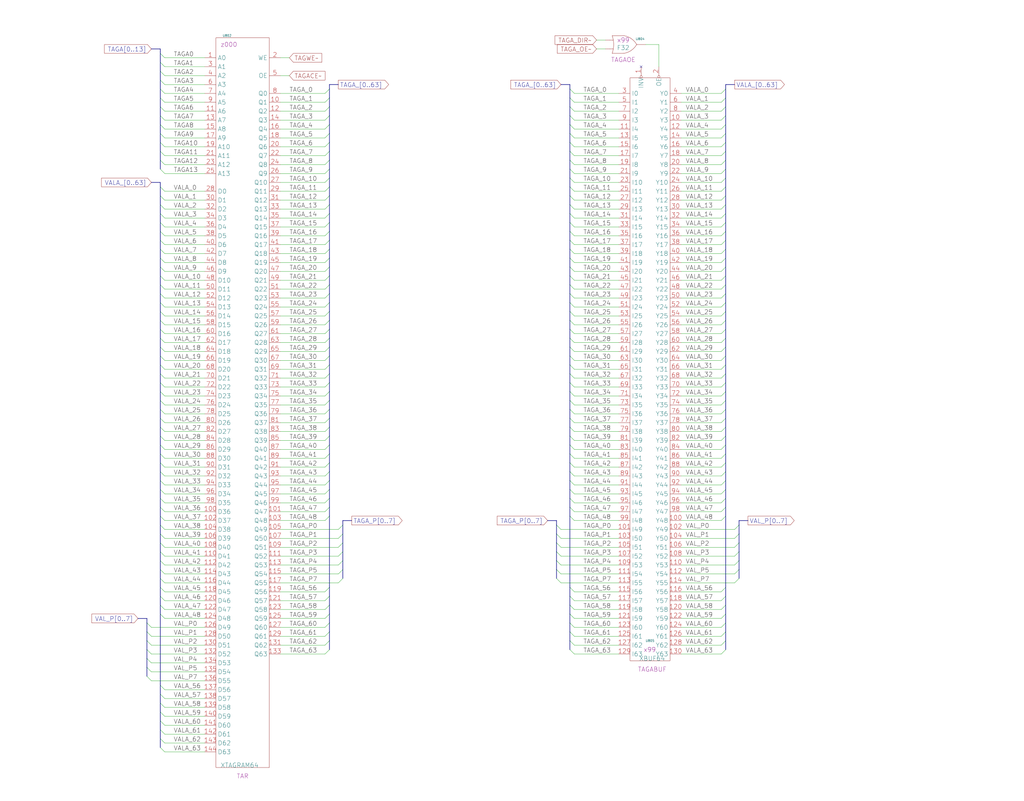
<source format=kicad_sch>
(kicad_sch (version 20230121) (generator eeschema)
  (paper "User" 584.2 457.2)
  (title_block (title "TAGA RAMS\\n0:40, 56:63, P0:P5, P7") (date "08-MAR-90") (rev "0.0") (comment 1 "MEM32 BOARD") (comment 2 "232-003066") (comment 3 "S400") (comment 4 "RELEASED"))
  (no_connect (at 365.76 38.1))
  (bus_entry (at 414.02 137.16) (size -2.54 2.54))
  (bus_entry (at 83.82 355.6) (size 2.54 2.54))
  (bus_entry (at 83.82 360.68) (size 2.54 2.54))
  (bus_entry (at 187.96 167.64) (size -2.54 2.54))
  (bus_entry (at 91.44 284.48) (size 2.54 2.54))
  (bus_entry (at 325.12 157.48) (size 2.54 2.54))
  (bus_entry (at 187.96 254) (size -2.54 2.54))
  (bus_entry (at 187.96 162.56) (size -2.54 2.54))
  (bus_entry (at 325.12 121.92) (size 2.54 2.54))
  (bus_entry (at 325.12 269.24) (size 2.54 2.54))
  (bus_entry (at 91.44 269.24) (size 2.54 2.54))
  (bus_entry (at 414.02 172.72) (size -2.54 2.54))
  (bus_entry (at 414.02 193.04) (size -2.54 2.54))
  (bus_entry (at 414.02 187.96) (size -2.54 2.54))
  (bus_entry (at 414.02 238.76) (size -2.54 2.54))
  (bus_entry (at 325.12 248.92) (size 2.54 2.54))
  (bus_entry (at 325.12 111.76) (size 2.54 2.54))
  (bus_entry (at 325.12 355.6) (size 2.54 2.54))
  (bus_entry (at 91.44 330.2) (size 2.54 2.54))
  (bus_entry (at 187.96 238.76) (size -2.54 2.54))
  (bus_entry (at 195.58 314.96) (size -2.54 2.54))
  (bus_entry (at 83.82 381) (size 2.54 2.54))
  (bus_entry (at 91.44 187.96) (size 2.54 2.54))
  (bus_entry (at 414.02 142.24) (size -2.54 2.54))
  (bus_entry (at 91.44 340.36) (size 2.54 2.54))
  (bus_entry (at 414.02 340.36) (size -2.54 2.54))
  (bus_entry (at 325.12 198.12) (size 2.54 2.54))
  (bus_entry (at 187.96 86.36) (size -2.54 2.54))
  (bus_entry (at 187.96 203.2) (size -2.54 2.54))
  (bus_entry (at 414.02 147.32) (size -2.54 2.54))
  (bus_entry (at 325.12 335.28) (size 2.54 2.54))
  (bus_entry (at 91.44 55.88) (size 2.54 2.54))
  (bus_entry (at 325.12 259.08) (size 2.54 2.54))
  (bus_entry (at 414.02 289.56) (size -2.54 2.54))
  (bus_entry (at 91.44 198.12) (size 2.54 2.54))
  (bus_entry (at 414.02 116.84) (size -2.54 2.54))
  (bus_entry (at 195.58 325.12) (size -2.54 2.54))
  (bus_entry (at 91.44 325.12) (size 2.54 2.54))
  (bus_entry (at 187.96 259.08) (size -2.54 2.54))
  (bus_entry (at 414.02 259.08) (size -2.54 2.54))
  (bus_entry (at 187.96 91.44) (size -2.54 2.54))
  (bus_entry (at 187.96 340.36) (size -2.54 2.54))
  (bus_entry (at 187.96 193.04) (size -2.54 2.54))
  (bus_entry (at 325.12 127) (size 2.54 2.54))
  (bus_entry (at 187.96 248.92) (size -2.54 2.54))
  (bus_entry (at 187.96 294.64) (size -2.54 2.54))
  (bus_entry (at 325.12 370.84) (size 2.54 2.54))
  (bus_entry (at 325.12 213.36) (size 2.54 2.54))
  (bus_entry (at 187.96 269.24) (size -2.54 2.54))
  (bus_entry (at 91.44 259.08) (size 2.54 2.54))
  (bus_entry (at 414.02 50.8) (size -2.54 2.54))
  (bus_entry (at 414.02 167.64) (size -2.54 2.54))
  (bus_entry (at 187.96 213.36) (size -2.54 2.54))
  (bus_entry (at 187.96 274.32) (size -2.54 2.54))
  (bus_entry (at 187.96 157.48) (size -2.54 2.54))
  (bus_entry (at 91.44 304.8) (size 2.54 2.54))
  (bus_entry (at 91.44 345.44) (size 2.54 2.54))
  (bus_entry (at 414.02 101.6) (size -2.54 2.54))
  (bus_entry (at 187.96 335.28) (size -2.54 2.54))
  (bus_entry (at 91.44 167.64) (size 2.54 2.54))
  (bus_entry (at 91.44 157.48) (size 2.54 2.54))
  (bus_entry (at 91.44 335.28) (size 2.54 2.54))
  (bus_entry (at 325.12 60.96) (size 2.54 2.54))
  (bus_entry (at 325.12 360.68) (size 2.54 2.54))
  (bus_entry (at 187.96 355.6) (size -2.54 2.54))
  (bus_entry (at 187.96 264.16) (size -2.54 2.54))
  (bus_entry (at 187.96 142.24) (size -2.54 2.54))
  (bus_entry (at 317.5 320.04) (size 2.54 2.54))
  (bus_entry (at 91.44 223.52) (size 2.54 2.54))
  (bus_entry (at 91.44 320.04) (size 2.54 2.54))
  (bus_entry (at 325.12 264.16) (size 2.54 2.54))
  (bus_entry (at 187.96 101.6) (size -2.54 2.54))
  (bus_entry (at 325.12 208.28) (size 2.54 2.54))
  (bus_entry (at 325.12 152.4) (size 2.54 2.54))
  (bus_entry (at 91.44 177.8) (size 2.54 2.54))
  (bus_entry (at 91.44 86.36) (size 2.54 2.54))
  (bus_entry (at 325.12 55.88) (size 2.54 2.54))
  (bus_entry (at 187.96 187.96) (size -2.54 2.54))
  (bus_entry (at 91.44 264.16) (size 2.54 2.54))
  (bus_entry (at 187.96 111.76) (size -2.54 2.54))
  (bus_entry (at 187.96 370.84) (size -2.54 2.54))
  (bus_entry (at 187.96 182.88) (size -2.54 2.54))
  (bus_entry (at 414.02 243.84) (size -2.54 2.54))
  (bus_entry (at 325.12 142.24) (size 2.54 2.54))
  (bus_entry (at 187.96 152.4) (size -2.54 2.54))
  (bus_entry (at 91.44 401.32) (size 2.54 2.54))
  (bus_entry (at 91.44 60.96) (size 2.54 2.54))
  (bus_entry (at 187.96 228.6) (size -2.54 2.54))
  (bus_entry (at 91.44 238.76) (size 2.54 2.54))
  (bus_entry (at 91.44 106.68) (size 2.54 2.54))
  (bus_entry (at 83.82 386.08) (size 2.54 2.54))
  (bus_entry (at 421.64 320.04) (size -2.54 2.54))
  (bus_entry (at 187.96 360.68) (size -2.54 2.54))
  (bus_entry (at 414.02 121.92) (size -2.54 2.54))
  (bus_entry (at 91.44 162.56) (size 2.54 2.54))
  (bus_entry (at 91.44 193.04) (size 2.54 2.54))
  (bus_entry (at 83.82 365.76) (size 2.54 2.54))
  (bus_entry (at 91.44 396.24) (size 2.54 2.54))
  (bus_entry (at 91.44 182.88) (size 2.54 2.54))
  (bus_entry (at 325.12 162.56) (size 2.54 2.54))
  (bus_entry (at 414.02 127) (size -2.54 2.54))
  (bus_entry (at 325.12 218.44) (size 2.54 2.54))
  (bus_entry (at 91.44 391.16) (size 2.54 2.54))
  (bus_entry (at 91.44 218.44) (size 2.54 2.54))
  (bus_entry (at 91.44 421.64) (size 2.54 2.54))
  (bus_entry (at 325.12 289.56) (size 2.54 2.54))
  (bus_entry (at 187.96 55.88) (size -2.54 2.54))
  (bus_entry (at 91.44 254) (size 2.54 2.54))
  (bus_entry (at 325.12 365.76) (size 2.54 2.54))
  (bus_entry (at 325.12 101.6) (size 2.54 2.54))
  (bus_entry (at 91.44 111.76) (size 2.54 2.54))
  (bus_entry (at 187.96 243.84) (size -2.54 2.54))
  (bus_entry (at 414.02 254) (size -2.54 2.54))
  (bus_entry (at 325.12 350.52) (size 2.54 2.54))
  (bus_entry (at 187.96 81.28) (size -2.54 2.54))
  (bus_entry (at 91.44 426.72) (size 2.54 2.54))
  (bus_entry (at 325.12 91.44) (size 2.54 2.54))
  (bus_entry (at 317.5 314.96) (size 2.54 2.54))
  (bus_entry (at 91.44 91.44) (size 2.54 2.54))
  (bus_entry (at 91.44 172.72) (size 2.54 2.54))
  (bus_entry (at 414.02 345.44) (size -2.54 2.54))
  (bus_entry (at 91.44 203.2) (size 2.54 2.54))
  (bus_entry (at 317.5 304.8) (size 2.54 2.54))
  (bus_entry (at 414.02 284.48) (size -2.54 2.54))
  (bus_entry (at 91.44 116.84) (size 2.54 2.54))
  (bus_entry (at 414.02 152.4) (size -2.54 2.54))
  (bus_entry (at 325.12 340.36) (size 2.54 2.54))
  (bus_entry (at 414.02 248.92) (size -2.54 2.54))
  (bus_entry (at 187.96 60.96) (size -2.54 2.54))
  (bus_entry (at 325.12 238.76) (size 2.54 2.54))
  (bus_entry (at 414.02 223.52) (size -2.54 2.54))
  (bus_entry (at 325.12 193.04) (size 2.54 2.54))
  (bus_entry (at 421.64 325.12) (size -2.54 2.54))
  (bus_entry (at 91.44 233.68) (size 2.54 2.54))
  (bus_entry (at 187.96 76.2) (size -2.54 2.54))
  (bus_entry (at 91.44 314.96) (size 2.54 2.54))
  (bus_entry (at 91.44 299.72) (size 2.54 2.54))
  (bus_entry (at 187.96 233.68) (size -2.54 2.54))
  (bus_entry (at 325.12 284.48) (size 2.54 2.54))
  (bus_entry (at 83.82 370.84) (size 2.54 2.54))
  (bus_entry (at 325.12 50.8) (size 2.54 2.54))
  (bus_entry (at 317.5 325.12) (size 2.54 2.54))
  (bus_entry (at 325.12 223.52) (size 2.54 2.54))
  (bus_entry (at 414.02 279.4) (size -2.54 2.54))
  (bus_entry (at 421.64 309.88) (size -2.54 2.54))
  (bus_entry (at 421.64 330.2) (size -2.54 2.54))
  (bus_entry (at 414.02 294.64) (size -2.54 2.54))
  (bus_entry (at 421.64 304.8) (size -2.54 2.54))
  (bus_entry (at 414.02 198.12) (size -2.54 2.54))
  (bus_entry (at 91.44 76.2) (size 2.54 2.54))
  (bus_entry (at 91.44 294.64) (size 2.54 2.54))
  (bus_entry (at 325.12 345.44) (size 2.54 2.54))
  (bus_entry (at 317.5 330.2) (size 2.54 2.54))
  (bus_entry (at 91.44 406.4) (size 2.54 2.54))
  (bus_entry (at 91.44 40.64) (size 2.54 2.54))
  (bus_entry (at 91.44 309.88) (size 2.54 2.54))
  (bus_entry (at 325.12 76.2) (size 2.54 2.54))
  (bus_entry (at 414.02 162.56) (size -2.54 2.54))
  (bus_entry (at 414.02 274.32) (size -2.54 2.54))
  (bus_entry (at 414.02 111.76) (size -2.54 2.54))
  (bus_entry (at 325.12 147.32) (size 2.54 2.54))
  (bus_entry (at 195.58 320.04) (size -2.54 2.54))
  (bus_entry (at 187.96 172.72) (size -2.54 2.54))
  (bus_entry (at 187.96 223.52) (size -2.54 2.54))
  (bus_entry (at 91.44 137.16) (size 2.54 2.54))
  (bus_entry (at 414.02 203.2) (size -2.54 2.54))
  (bus_entry (at 91.44 132.08) (size 2.54 2.54))
  (bus_entry (at 187.96 208.28) (size -2.54 2.54))
  (bus_entry (at 414.02 213.36) (size -2.54 2.54))
  (bus_entry (at 325.12 66.04) (size 2.54 2.54))
  (bus_entry (at 195.58 309.88) (size -2.54 2.54))
  (bus_entry (at 187.96 137.16) (size -2.54 2.54))
  (bus_entry (at 325.12 86.36) (size 2.54 2.54))
  (bus_entry (at 325.12 254) (size 2.54 2.54))
  (bus_entry (at 414.02 71.12) (size -2.54 2.54))
  (bus_entry (at 414.02 60.96) (size -2.54 2.54))
  (bus_entry (at 325.12 167.64) (size 2.54 2.54))
  (bus_entry (at 325.12 182.88) (size 2.54 2.54))
  (bus_entry (at 325.12 96.52) (size 2.54 2.54))
  (bus_entry (at 187.96 147.32) (size -2.54 2.54))
  (bus_entry (at 414.02 365.76) (size -2.54 2.54))
  (bus_entry (at 414.02 182.88) (size -2.54 2.54))
  (bus_entry (at 325.12 106.68) (size 2.54 2.54))
  (bus_entry (at 187.96 218.44) (size -2.54 2.54))
  (bus_entry (at 414.02 55.88) (size -2.54 2.54))
  (bus_entry (at 325.12 132.08) (size 2.54 2.54))
  (bus_entry (at 187.96 50.8) (size -2.54 2.54))
  (bus_entry (at 195.58 330.2) (size -2.54 2.54))
  (bus_entry (at 325.12 172.72) (size 2.54 2.54))
  (bus_entry (at 91.44 71.12) (size 2.54 2.54))
  (bus_entry (at 325.12 294.64) (size 2.54 2.54))
  (bus_entry (at 325.12 279.4) (size 2.54 2.54))
  (bus_entry (at 414.02 81.28) (size -2.54 2.54))
  (bus_entry (at 414.02 208.28) (size -2.54 2.54))
  (bus_entry (at 91.44 30.48) (size 2.54 2.54))
  (bus_entry (at 187.96 279.4) (size -2.54 2.54))
  (bus_entry (at 325.12 116.84) (size 2.54 2.54))
  (bus_entry (at 187.96 106.68) (size -2.54 2.54))
  (bus_entry (at 325.12 187.96) (size 2.54 2.54))
  (bus_entry (at 325.12 71.12) (size 2.54 2.54))
  (bus_entry (at 414.02 370.84) (size -2.54 2.54))
  (bus_entry (at 414.02 218.44) (size -2.54 2.54))
  (bus_entry (at 414.02 91.44) (size -2.54 2.54))
  (bus_entry (at 414.02 228.6) (size -2.54 2.54))
  (bus_entry (at 317.5 309.88) (size 2.54 2.54))
  (bus_entry (at 91.44 289.56) (size 2.54 2.54))
  (bus_entry (at 325.12 228.6) (size 2.54 2.54))
  (bus_entry (at 91.44 279.4) (size 2.54 2.54))
  (bus_entry (at 187.96 96.52) (size -2.54 2.54))
  (bus_entry (at 187.96 71.12) (size -2.54 2.54))
  (bus_entry (at 414.02 350.52) (size -2.54 2.54))
  (bus_entry (at 91.44 213.36) (size 2.54 2.54))
  (bus_entry (at 414.02 132.08) (size -2.54 2.54))
  (bus_entry (at 91.44 248.92) (size 2.54 2.54))
  (bus_entry (at 187.96 66.04) (size -2.54 2.54))
  (bus_entry (at 83.82 375.92) (size 2.54 2.54))
  (bus_entry (at 187.96 365.76) (size -2.54 2.54))
  (bus_entry (at 91.44 96.52) (size 2.54 2.54))
  (bus_entry (at 414.02 335.28) (size -2.54 2.54))
  (bus_entry (at 325.12 177.8) (size 2.54 2.54))
  (bus_entry (at 414.02 233.68) (size -2.54 2.54))
  (bus_entry (at 91.44 121.92) (size 2.54 2.54))
  (bus_entry (at 414.02 96.52) (size -2.54 2.54))
  (bus_entry (at 91.44 416.56) (size 2.54 2.54))
  (bus_entry (at 195.58 304.8) (size -2.54 2.54))
  (bus_entry (at 91.44 228.6) (size 2.54 2.54))
  (bus_entry (at 414.02 86.36) (size -2.54 2.54))
  (bus_entry (at 187.96 132.08) (size -2.54 2.54))
  (bus_entry (at 414.02 269.24) (size -2.54 2.54))
  (bus_entry (at 187.96 284.48) (size -2.54 2.54))
  (bus_entry (at 91.44 411.48) (size 2.54 2.54))
  (bus_entry (at 325.12 233.68) (size 2.54 2.54))
  (bus_entry (at 317.5 299.72) (size 2.54 2.54))
  (bus_entry (at 325.12 243.84) (size 2.54 2.54))
  (bus_entry (at 414.02 106.68) (size -2.54 2.54))
  (bus_entry (at 91.44 142.24) (size 2.54 2.54))
  (bus_entry (at 187.96 345.44) (size -2.54 2.54))
  (bus_entry (at 187.96 350.52) (size -2.54 2.54))
  (bus_entry (at 91.44 35.56) (size 2.54 2.54))
  (bus_entry (at 421.64 299.72) (size -2.54 2.54))
  (bus_entry (at 187.96 198.12) (size -2.54 2.54))
  (bus_entry (at 414.02 157.48) (size -2.54 2.54))
  (bus_entry (at 91.44 81.28) (size 2.54 2.54))
  (bus_entry (at 325.12 203.2) (size 2.54 2.54))
  (bus_entry (at 414.02 66.04) (size -2.54 2.54))
  (bus_entry (at 91.44 243.84) (size 2.54 2.54))
  (bus_entry (at 91.44 274.32) (size 2.54 2.54))
  (bus_entry (at 187.96 127) (size -2.54 2.54))
  (bus_entry (at 91.44 208.28) (size 2.54 2.54))
  (bus_entry (at 91.44 66.04) (size 2.54 2.54))
  (bus_entry (at 187.96 116.84) (size -2.54 2.54))
  (bus_entry (at 414.02 355.6) (size -2.54 2.54))
  (bus_entry (at 325.12 137.16) (size 2.54 2.54))
  (bus_entry (at 195.58 299.72) (size -2.54 2.54))
  (bus_entry (at 187.96 289.56) (size -2.54 2.54))
  (bus_entry (at 91.44 50.8) (size 2.54 2.54))
  (bus_entry (at 187.96 177.8) (size -2.54 2.54))
  (bus_entry (at 325.12 81.28) (size 2.54 2.54))
  (bus_entry (at 414.02 360.68) (size -2.54 2.54))
  (bus_entry (at 414.02 76.2) (size -2.54 2.54))
  (bus_entry (at 91.44 147.32) (size 2.54 2.54))
  (bus_entry (at 414.02 177.8) (size -2.54 2.54))
  (bus_entry (at 187.96 121.92) (size -2.54 2.54))
  (bus_entry (at 91.44 152.4) (size 2.54 2.54))
  (bus_entry (at 414.02 264.16) (size -2.54 2.54))
  (bus_entry (at 91.44 127) (size 2.54 2.54))
  (bus_entry (at 325.12 274.32) (size 2.54 2.54))
  (bus_entry (at 421.64 314.96) (size -2.54 2.54))
  (bus_entry (at 91.44 350.52) (size 2.54 2.54))
  (bus_entry (at 91.44 45.72) (size 2.54 2.54))
  (wire (pts (xy 388.62 154.94) (xy 411.48 154.94)))
  (bus (pts (xy 187.96 365.76) (xy 187.96 370.84)))
  (bus (pts (xy 325.12 218.44) (xy 325.12 213.36)))
  (bus (pts (xy 187.96 86.36) (xy 187.96 91.44)))
  (bus (pts (xy 91.44 86.36) (xy 91.44 91.44)))
  (bus (pts (xy 414.02 55.88) (xy 414.02 60.96)))
  (bus (pts (xy 414.02 269.24) (xy 414.02 274.32)))
  (wire (pts (xy 327.66 220.98) (xy 353.06 220.98)))
  (wire (pts (xy 160.02 68.58) (xy 185.42 68.58)))
  (bus (pts (xy 91.44 340.36) (xy 91.44 345.44)))
  (wire (pts (xy 327.66 261.62) (xy 353.06 261.62)))
  (bus (pts (xy 414.02 254) (xy 414.02 259.08)))
  (bus (pts (xy 325.12 55.88) (xy 325.12 50.8)))
  (bus (pts (xy 187.96 50.8) (xy 187.96 55.88)))
  (bus (pts (xy 91.44 309.88) (xy 91.44 314.96)))
  (bus (pts (xy 187.96 203.2) (xy 187.96 208.28)))
  (bus (pts (xy 325.12 243.84) (xy 325.12 238.76)))
  (bus (pts (xy 91.44 116.84) (xy 91.44 121.92)))
  (bus (pts (xy 414.02 259.08) (xy 414.02 264.16)))
  (bus (pts (xy 91.44 269.24) (xy 91.44 274.32)))
  (bus (pts (xy 187.96 127) (xy 187.96 132.08)))
  (wire (pts (xy 327.66 241.3) (xy 353.06 241.3)))
  (wire (pts (xy 160.02 33.02) (xy 165.1 33.02)))
  (bus (pts (xy 325.12 127) (xy 325.12 121.92)))
  (wire (pts (xy 160.02 78.74) (xy 185.42 78.74)))
  (wire (pts (xy 388.62 220.98) (xy 411.48 220.98)))
  (bus (pts (xy 91.44 335.28) (xy 91.44 340.36)))
  (bus (pts (xy 91.44 274.32) (xy 91.44 279.4)))
  (wire (pts (xy 327.66 144.78) (xy 353.06 144.78)))
  (wire (pts (xy 160.02 134.62) (xy 185.42 134.62)))
  (bus (pts (xy 187.96 254) (xy 187.96 259.08)))
  (wire (pts (xy 327.66 139.7) (xy 353.06 139.7)))
  (wire (pts (xy 327.66 185.42) (xy 353.06 185.42)))
  (wire (pts (xy 116.84 342.9) (xy 93.98 342.9)))
  (wire (pts (xy 388.62 63.5) (xy 411.48 63.5)))
  (bus (pts (xy 83.82 360.68) (xy 83.82 355.6)))
  (wire (pts (xy 116.84 170.18) (xy 93.98 170.18)))
  (bus (pts (xy 414.02 167.64) (xy 414.02 172.72)))
  (bus (pts (xy 91.44 76.2) (xy 91.44 81.28)))
  (wire (pts (xy 388.62 124.46) (xy 411.48 124.46)))
  (bus (pts (xy 414.02 238.76) (xy 414.02 243.84)))
  (bus (pts (xy 421.64 297.18) (xy 426.72 297.18)))
  (wire (pts (xy 327.66 175.26) (xy 353.06 175.26)))
  (bus (pts (xy 187.96 147.32) (xy 187.96 152.4)))
  (wire (pts (xy 388.62 307.34) (xy 419.1 307.34)))
  (wire (pts (xy 160.02 63.5) (xy 185.42 63.5)))
  (bus (pts (xy 414.02 233.68) (xy 414.02 238.76)))
  (bus (pts (xy 91.44 203.2) (xy 91.44 208.28)))
  (bus (pts (xy 187.96 238.76) (xy 187.96 243.84)))
  (wire (pts (xy 116.84 337.82) (xy 93.98 337.82)))
  (bus (pts (xy 325.12 81.28) (xy 325.12 76.2)))
  (bus (pts (xy 91.44 50.8) (xy 91.44 55.88)))
  (wire (pts (xy 388.62 236.22) (xy 411.48 236.22)))
  (bus (pts (xy 414.02 81.28) (xy 414.02 86.36)))
  (bus (pts (xy 187.96 248.92) (xy 187.96 254)))
  (wire (pts (xy 327.66 373.38) (xy 353.06 373.38)))
  (bus (pts (xy 414.02 340.36) (xy 414.02 345.44)))
  (bus (pts (xy 187.96 208.28) (xy 187.96 213.36)))
  (wire (pts (xy 327.66 170.18) (xy 353.06 170.18)))
  (bus (pts (xy 91.44 152.4) (xy 91.44 157.48)))
  (bus (pts (xy 91.44 330.2) (xy 91.44 335.28)))
  (bus (pts (xy 91.44 213.36) (xy 91.44 218.44)))
  (bus (pts (xy 317.5 325.12) (xy 317.5 320.04)))
  (bus (pts (xy 200.66 297.18) (xy 195.58 297.18)))
  (bus (pts (xy 414.02 187.96) (xy 414.02 193.04)))
  (wire (pts (xy 116.84 419.1) (xy 93.98 419.1)))
  (bus (pts (xy 325.12 147.32) (xy 325.12 142.24)))
  (wire (pts (xy 388.62 165.1) (xy 411.48 165.1)))
  (wire (pts (xy 116.84 281.94) (xy 93.98 281.94)))
  (bus (pts (xy 414.02 274.32) (xy 414.02 279.4)))
  (bus (pts (xy 325.12 350.52) (xy 325.12 345.44)))
  (wire (pts (xy 327.66 266.7) (xy 353.06 266.7)))
  (bus (pts (xy 91.44 345.44) (xy 91.44 350.52)))
  (bus (pts (xy 91.44 187.96) (xy 91.44 193.04)))
  (wire (pts (xy 93.98 38.1) (xy 116.84 38.1)))
  (wire (pts (xy 160.02 256.54) (xy 185.42 256.54)))
  (bus (pts (xy 91.44 284.48) (xy 91.44 289.56)))
  (bus (pts (xy 91.44 111.76) (xy 91.44 116.84)))
  (wire (pts (xy 116.84 256.54) (xy 93.98 256.54)))
  (bus (pts (xy 187.96 162.56) (xy 187.96 167.64)))
  (wire (pts (xy 160.02 53.34) (xy 185.42 53.34)))
  (bus (pts (xy 91.44 254) (xy 91.44 259.08)))
  (bus (pts (xy 91.44 259.08) (xy 91.44 264.16)))
  (wire (pts (xy 160.02 337.82) (xy 185.42 337.82)))
  (bus (pts (xy 325.12 355.6) (xy 325.12 350.52)))
  (wire (pts (xy 116.84 165.1) (xy 93.98 165.1)))
  (bus (pts (xy 421.64 320.04) (xy 421.64 314.96)))
  (bus (pts (xy 187.96 71.12) (xy 187.96 76.2)))
  (wire (pts (xy 160.02 266.7) (xy 185.42 266.7)))
  (bus (pts (xy 414.02 365.76) (xy 414.02 370.84)))
  (bus (pts (xy 325.12 116.84) (xy 325.12 111.76)))
  (wire (pts (xy 116.84 231.14) (xy 93.98 231.14)))
  (bus (pts (xy 187.96 172.72) (xy 187.96 177.8)))
  (wire (pts (xy 388.62 231.14) (xy 411.48 231.14)))
  (wire (pts (xy 160.02 129.54) (xy 185.42 129.54)))
  (bus (pts (xy 325.12 106.68) (xy 325.12 101.6)))
  (bus (pts (xy 91.44 106.68) (xy 91.44 111.76)))
  (bus (pts (xy 187.96 96.52) (xy 187.96 101.6)))
  (wire (pts (xy 327.66 180.34) (xy 353.06 180.34)))
  (wire (pts (xy 116.84 292.1) (xy 93.98 292.1)))
  (wire (pts (xy 160.02 276.86) (xy 185.42 276.86)))
  (wire (pts (xy 116.84 134.62) (xy 93.98 134.62)))
  (bus (pts (xy 421.64 314.96) (xy 421.64 309.88)))
  (bus (pts (xy 91.44 177.8) (xy 91.44 182.88)))
  (bus (pts (xy 91.44 208.28) (xy 91.44 213.36)))
  (wire (pts (xy 160.02 317.5) (xy 193.04 317.5)))
  (bus (pts (xy 91.44 142.24) (xy 91.44 147.32)))
  (bus (pts (xy 187.96 81.28) (xy 187.96 86.36)))
  (wire (pts (xy 388.62 312.42) (xy 419.1 312.42)))
  (wire (pts (xy 93.98 43.18) (xy 116.84 43.18)))
  (wire (pts (xy 320.04 332.74) (xy 353.06 332.74)))
  (bus (pts (xy 414.02 48.26) (xy 419.1 48.26)))
  (bus (pts (xy 317.5 297.18) (xy 312.42 297.18)))
  (bus (pts (xy 187.96 340.36) (xy 187.96 345.44)))
  (bus (pts (xy 414.02 228.6) (xy 414.02 233.68)))
  (wire (pts (xy 320.04 307.34) (xy 353.06 307.34)))
  (bus (pts (xy 317.5 330.2) (xy 317.5 325.12)))
  (bus (pts (xy 187.96 350.52) (xy 187.96 355.6)))
  (bus (pts (xy 414.02 172.72) (xy 414.02 177.8)))
  (wire (pts (xy 375.92 25.4) (xy 375.92 38.1)))
  (bus (pts (xy 91.44 71.12) (xy 91.44 76.2)))
  (wire (pts (xy 116.84 373.38) (xy 86.36 373.38)))
  (wire (pts (xy 388.62 200.66) (xy 411.48 200.66)))
  (bus (pts (xy 187.96 152.4) (xy 187.96 157.48)))
  (bus (pts (xy 187.96 279.4) (xy 187.96 284.48)))
  (bus (pts (xy 414.02 121.92) (xy 414.02 127)))
  (bus (pts (xy 414.02 243.84) (xy 414.02 248.92)))
  (bus (pts (xy 325.12 48.26) (xy 325.12 50.8)))
  (wire (pts (xy 160.02 287.02) (xy 185.42 287.02)))
  (wire (pts (xy 116.84 144.78) (xy 93.98 144.78)))
  (bus (pts (xy 83.82 381) (xy 83.82 375.92)))
  (bus (pts (xy 317.5 299.72) (xy 317.5 297.18)))
  (wire (pts (xy 388.62 195.58) (xy 411.48 195.58)))
  (wire (pts (xy 93.98 99.06) (xy 116.84 99.06)))
  (bus (pts (xy 187.96 142.24) (xy 187.96 147.32)))
  (bus (pts (xy 187.96 274.32) (xy 187.96 279.4)))
  (wire (pts (xy 160.02 363.22) (xy 185.42 363.22)))
  (wire (pts (xy 116.84 414.02) (xy 93.98 414.02)))
  (bus (pts (xy 325.12 269.24) (xy 325.12 264.16)))
  (wire (pts (xy 388.62 119.38) (xy 411.48 119.38)))
  (bus (pts (xy 187.96 193.04) (xy 187.96 198.12)))
  (wire (pts (xy 327.66 63.5) (xy 353.06 63.5)))
  (wire (pts (xy 160.02 200.66) (xy 185.42 200.66)))
  (bus (pts (xy 195.58 320.04) (xy 195.58 325.12)))
  (wire (pts (xy 388.62 368.3) (xy 411.48 368.3)))
  (wire (pts (xy 327.66 271.78) (xy 353.06 271.78)))
  (bus (pts (xy 187.96 76.2) (xy 187.96 81.28)))
  (wire (pts (xy 327.66 149.86) (xy 353.06 149.86)))
  (wire (pts (xy 160.02 180.34) (xy 185.42 180.34)))
  (wire (pts (xy 388.62 175.26) (xy 411.48 175.26)))
  (wire (pts (xy 93.98 33.02) (xy 116.84 33.02)))
  (bus (pts (xy 91.44 279.4) (xy 91.44 284.48)))
  (bus (pts (xy 325.12 284.48) (xy 325.12 279.4)))
  (bus (pts (xy 414.02 208.28) (xy 414.02 213.36)))
  (bus (pts (xy 83.82 386.08) (xy 83.82 381)))
  (bus (pts (xy 414.02 360.68) (xy 414.02 365.76)))
  (bus (pts (xy 414.02 279.4) (xy 414.02 284.48)))
  (wire (pts (xy 116.84 266.7) (xy 93.98 266.7)))
  (wire (pts (xy 327.66 347.98) (xy 353.06 347.98)))
  (wire (pts (xy 320.04 327.66) (xy 353.06 327.66)))
  (wire (pts (xy 327.66 281.94) (xy 353.06 281.94)))
  (wire (pts (xy 388.62 129.54) (xy 411.48 129.54)))
  (wire (pts (xy 327.66 276.86) (xy 353.06 276.86)))
  (wire (pts (xy 93.98 48.26) (xy 116.84 48.26)))
  (bus (pts (xy 414.02 193.04) (xy 414.02 198.12)))
  (wire (pts (xy 160.02 165.1) (xy 185.42 165.1)))
  (bus (pts (xy 421.64 309.88) (xy 421.64 304.8)))
  (bus (pts (xy 414.02 218.44) (xy 414.02 223.52)))
  (wire (pts (xy 116.84 332.74) (xy 93.98 332.74)))
  (bus (pts (xy 83.82 353.06) (xy 78.74 353.06)))
  (bus (pts (xy 91.44 411.48) (xy 91.44 416.56)))
  (bus (pts (xy 83.82 365.76) (xy 83.82 360.68)))
  (wire (pts (xy 388.62 109.22) (xy 411.48 109.22)))
  (wire (pts (xy 327.66 93.98) (xy 353.06 93.98)))
  (bus (pts (xy 91.44 198.12) (xy 91.44 203.2)))
  (bus (pts (xy 414.02 335.28) (xy 414.02 340.36)))
  (bus (pts (xy 187.96 335.28) (xy 187.96 340.36)))
  (wire (pts (xy 320.04 322.58) (xy 353.06 322.58)))
  (bus (pts (xy 325.12 264.16) (xy 325.12 259.08)))
  (bus (pts (xy 187.96 243.84) (xy 187.96 248.92)))
  (bus (pts (xy 91.44 182.88) (xy 91.44 187.96)))
  (wire (pts (xy 160.02 99.06) (xy 185.42 99.06)))
  (wire (pts (xy 340.36 27.94) (xy 345.44 27.94)))
  (wire (pts (xy 388.62 322.58) (xy 419.1 322.58)))
  (bus (pts (xy 414.02 355.6) (xy 414.02 360.68)))
  (bus (pts (xy 325.12 60.96) (xy 325.12 55.88)))
  (bus (pts (xy 91.44 104.14) (xy 86.36 104.14)))
  (wire (pts (xy 327.66 256.54) (xy 353.06 256.54)))
  (wire (pts (xy 160.02 373.38) (xy 185.42 373.38)))
  (wire (pts (xy 160.02 154.94) (xy 185.42 154.94)))
  (wire (pts (xy 388.62 83.82) (xy 411.48 83.82)))
  (bus (pts (xy 325.12 187.96) (xy 325.12 182.88)))
  (wire (pts (xy 116.84 195.58) (xy 93.98 195.58)))
  (wire (pts (xy 93.98 83.82) (xy 116.84 83.82)))
  (bus (pts (xy 325.12 254) (xy 325.12 248.92)))
  (wire (pts (xy 160.02 160.02) (xy 185.42 160.02)))
  (wire (pts (xy 388.62 246.38) (xy 411.48 246.38)))
  (wire (pts (xy 160.02 368.3) (xy 185.42 368.3)))
  (bus (pts (xy 187.96 60.96) (xy 187.96 66.04)))
  (wire (pts (xy 388.62 190.5) (xy 411.48 190.5)))
  (wire (pts (xy 160.02 114.3) (xy 185.42 114.3)))
  (bus (pts (xy 187.96 213.36) (xy 187.96 218.44)))
  (wire (pts (xy 116.84 398.78) (xy 93.98 398.78)))
  (bus (pts (xy 414.02 345.44) (xy 414.02 350.52)))
  (bus (pts (xy 91.44 66.04) (xy 91.44 71.12)))
  (wire (pts (xy 388.62 358.14) (xy 411.48 358.14)))
  (wire (pts (xy 160.02 170.18) (xy 185.42 170.18)))
  (wire (pts (xy 388.62 170.18) (xy 411.48 170.18)))
  (bus (pts (xy 187.96 111.76) (xy 187.96 116.84)))
  (wire (pts (xy 116.84 261.62) (xy 93.98 261.62)))
  (wire (pts (xy 116.84 119.38) (xy 93.98 119.38)))
  (wire (pts (xy 388.62 256.54) (xy 411.48 256.54)))
  (bus (pts (xy 83.82 370.84) (xy 83.82 365.76)))
  (bus (pts (xy 414.02 162.56) (xy 414.02 167.64)))
  (wire (pts (xy 116.84 287.02) (xy 93.98 287.02)))
  (bus (pts (xy 414.02 284.48) (xy 414.02 289.56)))
  (bus (pts (xy 91.44 27.94) (xy 91.44 30.48)))
  (wire (pts (xy 160.02 292.1) (xy 185.42 292.1)))
  (wire (pts (xy 327.66 342.9) (xy 353.06 342.9)))
  (bus (pts (xy 91.44 40.64) (xy 91.44 45.72)))
  (wire (pts (xy 116.84 154.94) (xy 93.98 154.94)))
  (wire (pts (xy 116.84 220.98) (xy 93.98 220.98)))
  (wire (pts (xy 388.62 104.14) (xy 411.48 104.14)))
  (wire (pts (xy 388.62 114.3) (xy 411.48 114.3)))
  (bus (pts (xy 187.96 48.26) (xy 187.96 50.8)))
  (wire (pts (xy 160.02 83.82) (xy 185.42 83.82)))
  (bus (pts (xy 187.96 259.08) (xy 187.96 264.16)))
  (wire (pts (xy 93.98 78.74) (xy 116.84 78.74)))
  (wire (pts (xy 116.84 276.86) (xy 93.98 276.86)))
  (wire (pts (xy 327.66 210.82) (xy 353.06 210.82)))
  (bus (pts (xy 187.96 264.16) (xy 187.96 269.24)))
  (bus (pts (xy 414.02 86.36) (xy 414.02 91.44)))
  (bus (pts (xy 414.02 116.84) (xy 414.02 121.92)))
  (bus (pts (xy 414.02 213.36) (xy 414.02 218.44)))
  (bus (pts (xy 91.44 91.44) (xy 91.44 96.52)))
  (bus (pts (xy 91.44 314.96) (xy 91.44 320.04)))
  (bus (pts (xy 187.96 116.84) (xy 187.96 121.92)))
  (bus (pts (xy 195.58 314.96) (xy 195.58 320.04)))
  (bus (pts (xy 187.96 167.64) (xy 187.96 172.72)))
  (wire (pts (xy 160.02 358.14) (xy 185.42 358.14)))
  (wire (pts (xy 160.02 302.26) (xy 193.04 302.26)))
  (bus (pts (xy 325.12 213.36) (xy 325.12 208.28)))
  (wire (pts (xy 327.66 226.06) (xy 353.06 226.06)))
  (wire (pts (xy 388.62 58.42) (xy 411.48 58.42)))
  (bus (pts (xy 325.12 238.76) (xy 325.12 233.68)))
  (bus (pts (xy 325.12 335.28) (xy 325.12 294.64)))
  (bus (pts (xy 414.02 91.44) (xy 414.02 96.52)))
  (bus (pts (xy 83.82 375.92) (xy 83.82 370.84)))
  (bus (pts (xy 91.44 35.56) (xy 91.44 40.64)))
  (wire (pts (xy 116.84 383.54) (xy 86.36 383.54)))
  (wire (pts (xy 388.62 93.98) (xy 411.48 93.98)))
  (bus (pts (xy 325.12 360.68) (xy 325.12 355.6)))
  (wire (pts (xy 388.62 134.62) (xy 411.48 134.62)))
  (bus (pts (xy 325.12 208.28) (xy 325.12 203.2)))
  (bus (pts (xy 91.44 60.96) (xy 91.44 66.04)))
  (bus (pts (xy 91.44 55.88) (xy 91.44 60.96)))
  (wire (pts (xy 160.02 251.46) (xy 185.42 251.46)))
  (wire (pts (xy 116.84 317.5) (xy 93.98 317.5)))
  (wire (pts (xy 160.02 93.98) (xy 185.42 93.98)))
  (bus (pts (xy 414.02 177.8) (xy 414.02 182.88)))
  (bus (pts (xy 325.12 152.4) (xy 325.12 147.32)))
  (bus (pts (xy 325.12 198.12) (xy 325.12 193.04)))
  (wire (pts (xy 160.02 210.82) (xy 185.42 210.82)))
  (bus (pts (xy 187.96 101.6) (xy 187.96 106.68)))
  (wire (pts (xy 388.62 53.34) (xy 411.48 53.34)))
  (wire (pts (xy 116.84 429.26) (xy 93.98 429.26)))
  (wire (pts (xy 340.36 22.86) (xy 345.44 22.86)))
  (wire (pts (xy 160.02 353.06) (xy 185.42 353.06)))
  (bus (pts (xy 325.12 111.76) (xy 325.12 106.68)))
  (wire (pts (xy 160.02 144.78) (xy 185.42 144.78)))
  (bus (pts (xy 91.44 137.16) (xy 91.44 142.24)))
  (bus (pts (xy 325.12 101.6) (xy 325.12 96.52)))
  (wire (pts (xy 388.62 342.9) (xy 411.48 342.9)))
  (wire (pts (xy 160.02 226.06) (xy 185.42 226.06)))
  (bus (pts (xy 91.44 304.8) (xy 91.44 309.88)))
  (wire (pts (xy 160.02 205.74) (xy 185.42 205.74)))
  (wire (pts (xy 160.02 236.22) (xy 185.42 236.22)))
  (wire (pts (xy 327.66 154.94) (xy 353.06 154.94)))
  (wire (pts (xy 388.62 144.78) (xy 411.48 144.78)))
  (wire (pts (xy 388.62 276.86) (xy 411.48 276.86)))
  (wire (pts (xy 327.66 200.66) (xy 353.06 200.66)))
  (wire (pts (xy 327.66 297.18) (xy 353.06 297.18)))
  (wire (pts (xy 160.02 139.7) (xy 185.42 139.7)))
  (wire (pts (xy 320.04 302.26) (xy 353.06 302.26)))
  (bus (pts (xy 187.96 360.68) (xy 187.96 365.76)))
  (wire (pts (xy 388.62 317.5) (xy 419.1 317.5)))
  (bus (pts (xy 187.96 137.16) (xy 187.96 142.24)))
  (bus (pts (xy 187.96 66.04) (xy 187.96 71.12)))
  (wire (pts (xy 160.02 271.78) (xy 185.42 271.78)))
  (wire (pts (xy 388.62 251.46) (xy 411.48 251.46)))
  (bus (pts (xy 91.44 104.14) (xy 91.44 106.68)))
  (wire (pts (xy 388.62 241.3) (xy 411.48 241.3)))
  (bus (pts (xy 195.58 304.8) (xy 195.58 309.88)))
  (bus (pts (xy 325.12 259.08) (xy 325.12 254)))
  (wire (pts (xy 116.84 271.78) (xy 93.98 271.78)))
  (wire (pts (xy 116.84 378.46) (xy 86.36 378.46)))
  (wire (pts (xy 320.04 312.42) (xy 353.06 312.42)))
  (wire (pts (xy 116.84 185.42) (xy 93.98 185.42)))
  (bus (pts (xy 414.02 147.32) (xy 414.02 152.4)))
  (wire (pts (xy 160.02 149.86) (xy 185.42 149.86)))
  (wire (pts (xy 388.62 68.58) (xy 411.48 68.58)))
  (bus (pts (xy 91.44 401.32) (xy 91.44 406.4)))
  (wire (pts (xy 327.66 337.82) (xy 353.06 337.82)))
  (bus (pts (xy 187.96 182.88) (xy 187.96 187.96)))
  (wire (pts (xy 93.98 93.98) (xy 116.84 93.98)))
  (wire (pts (xy 93.98 68.58) (xy 116.84 68.58)))
  (wire (pts (xy 93.98 63.5) (xy 116.84 63.5)))
  (bus (pts (xy 421.64 299.72) (xy 421.64 297.18)))
  (wire (pts (xy 388.62 281.94) (xy 411.48 281.94)))
  (wire (pts (xy 160.02 261.62) (xy 185.42 261.62)))
  (bus (pts (xy 325.12 279.4) (xy 325.12 274.32)))
  (wire (pts (xy 388.62 88.9) (xy 411.48 88.9)))
  (bus (pts (xy 325.12 142.24) (xy 325.12 137.16)))
  (bus (pts (xy 414.02 142.24) (xy 414.02 147.32)))
  (wire (pts (xy 116.84 160.02) (xy 93.98 160.02)))
  (bus (pts (xy 193.04 48.26) (xy 187.96 48.26)))
  (bus (pts (xy 91.44 396.24) (xy 91.44 401.32)))
  (wire (pts (xy 160.02 332.74) (xy 193.04 332.74)))
  (bus (pts (xy 414.02 264.16) (xy 414.02 269.24)))
  (wire (pts (xy 327.66 78.74) (xy 353.06 78.74)))
  (wire (pts (xy 116.84 190.5) (xy 93.98 190.5)))
  (wire (pts (xy 388.62 73.66) (xy 411.48 73.66)))
  (bus (pts (xy 414.02 96.52) (xy 414.02 101.6)))
  (wire (pts (xy 388.62 78.74) (xy 411.48 78.74)))
  (wire (pts (xy 368.3 25.4) (xy 375.92 25.4)))
  (wire (pts (xy 388.62 226.06) (xy 411.48 226.06)))
  (wire (pts (xy 327.66 205.74) (xy 353.06 205.74)))
  (bus (pts (xy 317.5 314.96) (xy 317.5 309.88)))
  (wire (pts (xy 327.66 246.38) (xy 353.06 246.38)))
  (bus (pts (xy 187.96 284.48) (xy 187.96 289.56)))
  (wire (pts (xy 116.84 205.74) (xy 93.98 205.74)))
  (bus (pts (xy 187.96 228.6) (xy 187.96 233.68)))
  (wire (pts (xy 327.66 160.02) (xy 353.06 160.02)))
  (bus (pts (xy 91.44 30.48) (xy 91.44 35.56)))
  (bus (pts (xy 414.02 127) (xy 414.02 132.08)))
  (wire (pts (xy 388.62 185.42) (xy 411.48 185.42)))
  (wire (pts (xy 327.66 358.14) (xy 353.06 358.14)))
  (wire (pts (xy 116.84 251.46) (xy 93.98 251.46)))
  (bus (pts (xy 414.02 294.64) (xy 414.02 335.28)))
  (bus (pts (xy 414.02 223.52) (xy 414.02 228.6)))
  (bus (pts (xy 187.96 289.56) (xy 187.96 294.64)))
  (wire (pts (xy 327.66 53.34) (xy 353.06 53.34)))
  (bus (pts (xy 91.44 157.48) (xy 91.44 162.56)))
  (wire (pts (xy 116.84 347.98) (xy 93.98 347.98)))
  (wire (pts (xy 388.62 215.9) (xy 411.48 215.9)))
  (wire (pts (xy 116.84 109.22) (xy 93.98 109.22)))
  (wire (pts (xy 160.02 246.38) (xy 185.42 246.38)))
  (wire (pts (xy 388.62 287.02) (xy 411.48 287.02)))
  (wire (pts (xy 388.62 297.18) (xy 411.48 297.18)))
  (bus (pts (xy 91.44 289.56) (xy 91.44 294.64)))
  (wire (pts (xy 320.04 317.5) (xy 353.06 317.5)))
  (bus (pts (xy 325.12 172.72) (xy 325.12 167.64)))
  (bus (pts (xy 195.58 297.18) (xy 195.58 299.72)))
  (bus (pts (xy 414.02 198.12) (xy 414.02 203.2)))
  (wire (pts (xy 388.62 99.06) (xy 411.48 99.06)))
  (bus (pts (xy 414.02 157.48) (xy 414.02 162.56)))
  (wire (pts (xy 160.02 185.42) (xy 185.42 185.42)))
  (wire (pts (xy 93.98 53.34) (xy 116.84 53.34)))
  (wire (pts (xy 116.84 297.18) (xy 93.98 297.18)))
  (wire (pts (xy 327.66 292.1) (xy 353.06 292.1)))
  (bus (pts (xy 91.44 416.56) (xy 91.44 421.64)))
  (bus (pts (xy 91.44 193.04) (xy 91.44 198.12)))
  (bus (pts (xy 325.12 162.56) (xy 325.12 157.48)))
  (wire (pts (xy 116.84 358.14) (xy 86.36 358.14)))
  (bus (pts (xy 91.44 127) (xy 91.44 132.08)))
  (bus (pts (xy 91.44 294.64) (xy 91.44 299.72)))
  (wire (pts (xy 116.84 149.86) (xy 93.98 149.86)))
  (wire (pts (xy 116.84 353.06) (xy 93.98 353.06)))
  (bus (pts (xy 325.12 345.44) (xy 325.12 340.36)))
  (wire (pts (xy 116.84 363.22) (xy 86.36 363.22)))
  (wire (pts (xy 116.84 307.34) (xy 93.98 307.34)))
  (bus (pts (xy 187.96 177.8) (xy 187.96 182.88)))
  (bus (pts (xy 325.12 203.2) (xy 325.12 198.12)))
  (bus (pts (xy 91.44 162.56) (xy 91.44 167.64)))
  (wire (pts (xy 116.84 180.34) (xy 93.98 180.34)))
  (bus (pts (xy 325.12 177.8) (xy 325.12 172.72)))
  (wire (pts (xy 327.66 251.46) (xy 353.06 251.46)))
  (wire (pts (xy 327.66 73.66) (xy 353.06 73.66)))
  (bus (pts (xy 91.44 147.32) (xy 91.44 152.4)))
  (bus (pts (xy 91.44 391.16) (xy 91.44 396.24)))
  (wire (pts (xy 388.62 261.62) (xy 411.48 261.62)))
  (wire (pts (xy 160.02 43.18) (xy 165.1 43.18)))
  (wire (pts (xy 116.84 200.66) (xy 93.98 200.66)))
  (wire (pts (xy 116.84 302.26) (xy 93.98 302.26)))
  (wire (pts (xy 116.84 139.7) (xy 93.98 139.7)))
  (wire (pts (xy 116.84 322.58) (xy 93.98 322.58)))
  (wire (pts (xy 116.84 215.9) (xy 93.98 215.9)))
  (bus (pts (xy 91.44 406.4) (xy 91.44 411.48)))
  (bus (pts (xy 325.12 96.52) (xy 325.12 91.44)))
  (wire (pts (xy 160.02 119.38) (xy 185.42 119.38)))
  (bus (pts (xy 91.44 248.92) (xy 91.44 254)))
  (wire (pts (xy 160.02 281.94) (xy 185.42 281.94)))
  (bus (pts (xy 195.58 299.72) (xy 195.58 304.8)))
  (bus (pts (xy 414.02 76.2) (xy 414.02 81.28)))
  (bus (pts (xy 187.96 355.6) (xy 187.96 360.68)))
  (wire (pts (xy 160.02 109.22) (xy 185.42 109.22)))
  (bus (pts (xy 187.96 294.64) (xy 187.96 335.28)))
  (wire (pts (xy 160.02 347.98) (xy 185.42 347.98)))
  (bus (pts (xy 91.44 167.64) (xy 91.44 172.72)))
  (wire (pts (xy 160.02 312.42) (xy 193.04 312.42)))
  (wire (pts (xy 116.84 408.94) (xy 93.98 408.94)))
  (bus (pts (xy 91.44 264.16) (xy 91.44 269.24)))
  (wire (pts (xy 160.02 58.42) (xy 185.42 58.42)))
  (wire (pts (xy 160.02 215.9) (xy 185.42 215.9)))
  (bus (pts (xy 325.12 167.64) (xy 325.12 162.56)))
  (bus (pts (xy 187.96 187.96) (xy 187.96 193.04)))
  (bus (pts (xy 91.44 172.72) (xy 91.44 177.8)))
  (bus (pts (xy 187.96 269.24) (xy 187.96 274.32)))
  (bus (pts (xy 187.96 132.08) (xy 187.96 137.16)))
  (wire (pts (xy 388.62 327.66) (xy 419.1 327.66)))
  (wire (pts (xy 116.84 368.3) (xy 86.36 368.3)))
  (wire (pts (xy 388.62 353.06) (xy 411.48 353.06)))
  (wire (pts (xy 327.66 134.62) (xy 353.06 134.62)))
  (bus (pts (xy 325.12 223.52) (xy 325.12 218.44)))
  (wire (pts (xy 388.62 271.78) (xy 411.48 271.78)))
  (bus (pts (xy 91.44 218.44) (xy 91.44 223.52)))
  (bus (pts (xy 91.44 243.84) (xy 91.44 248.92)))
  (wire (pts (xy 160.02 231.14) (xy 185.42 231.14)))
  (wire (pts (xy 160.02 73.66) (xy 185.42 73.66)))
  (wire (pts (xy 160.02 104.14) (xy 185.42 104.14)))
  (bus (pts (xy 325.12 137.16) (xy 325.12 132.08)))
  (wire (pts (xy 327.66 353.06) (xy 353.06 353.06)))
  (bus (pts (xy 91.44 421.64) (xy 91.44 426.72)))
  (wire (pts (xy 93.98 58.42) (xy 116.84 58.42)))
  (bus (pts (xy 414.02 60.96) (xy 414.02 66.04)))
  (bus (pts (xy 325.12 121.92) (xy 325.12 116.84)))
  (wire (pts (xy 388.62 210.82) (xy 411.48 210.82)))
  (wire (pts (xy 327.66 88.9) (xy 353.06 88.9)))
  (wire (pts (xy 116.84 241.3) (xy 93.98 241.3)))
  (bus (pts (xy 325.12 86.36) (xy 325.12 81.28)))
  (wire (pts (xy 327.66 104.14) (xy 353.06 104.14)))
  (bus (pts (xy 325.12 182.88) (xy 325.12 177.8)))
  (bus (pts (xy 91.44 45.72) (xy 91.44 50.8)))
  (wire (pts (xy 160.02 322.58) (xy 193.04 322.58)))
  (bus (pts (xy 91.44 233.68) (xy 91.44 238.76)))
  (bus (pts (xy 187.96 218.44) (xy 187.96 223.52)))
  (wire (pts (xy 327.66 119.38) (xy 353.06 119.38)))
  (bus (pts (xy 414.02 248.92) (xy 414.02 254)))
  (wire (pts (xy 160.02 307.34) (xy 193.04 307.34)))
  (wire (pts (xy 93.98 88.9) (xy 116.84 88.9)))
  (wire (pts (xy 327.66 215.9) (xy 353.06 215.9)))
  (wire (pts (xy 327.66 68.58) (xy 353.06 68.58)))
  (wire (pts (xy 327.66 58.42) (xy 353.06 58.42)))
  (bus (pts (xy 325.12 71.12) (xy 325.12 66.04)))
  (wire (pts (xy 327.66 231.14) (xy 353.06 231.14)))
  (wire (pts (xy 160.02 88.9) (xy 185.42 88.9)))
  (bus (pts (xy 325.12 132.08) (xy 325.12 127)))
  (bus (pts (xy 91.44 223.52) (xy 91.44 228.6)))
  (wire (pts (xy 116.84 312.42) (xy 93.98 312.42)))
  (bus (pts (xy 325.12 233.68) (xy 325.12 228.6)))
  (bus (pts (xy 414.02 203.2) (xy 414.02 208.28)))
  (bus (pts (xy 187.96 121.92) (xy 187.96 127)))
  (wire (pts (xy 160.02 124.46) (xy 185.42 124.46)))
  (wire (pts (xy 93.98 73.66) (xy 116.84 73.66)))
  (bus (pts (xy 414.02 111.76) (xy 414.02 116.84)))
  (bus (pts (xy 414.02 101.6) (xy 414.02 106.68)))
  (wire (pts (xy 388.62 160.02) (xy 411.48 160.02)))
  (bus (pts (xy 421.64 304.8) (xy 421.64 299.72)))
  (wire (pts (xy 160.02 297.18) (xy 185.42 297.18)))
  (bus (pts (xy 187.96 157.48) (xy 187.96 162.56)))
  (wire (pts (xy 116.84 424.18) (xy 93.98 424.18)))
  (wire (pts (xy 388.62 266.7) (xy 411.48 266.7)))
  (wire (pts (xy 327.66 124.46) (xy 353.06 124.46)))
  (bus (pts (xy 91.44 325.12) (xy 91.44 330.2)))
  (wire (pts (xy 388.62 337.82) (xy 411.48 337.82)))
  (bus (pts (xy 414.02 289.56) (xy 414.02 294.64)))
  (bus (pts (xy 325.12 228.6) (xy 325.12 223.52)))
  (bus (pts (xy 187.96 233.68) (xy 187.96 238.76)))
  (bus (pts (xy 325.12 274.32) (xy 325.12 269.24)))
  (bus (pts (xy 91.44 320.04) (xy 91.44 325.12)))
  (wire (pts (xy 327.66 363.22) (xy 353.06 363.22)))
  (wire (pts (xy 388.62 373.38) (xy 411.48 373.38)))
  (wire (pts (xy 327.66 236.22) (xy 353.06 236.22)))
  (bus (pts (xy 414.02 137.16) (xy 414.02 142.24)))
  (wire (pts (xy 116.84 175.26) (xy 93.98 175.26)))
  (wire (pts (xy 388.62 149.86) (xy 411.48 149.86)))
  (wire (pts (xy 388.62 363.22) (xy 411.48 363.22)))
  (bus (pts (xy 421.64 330.2) (xy 421.64 325.12)))
  (bus (pts (xy 91.44 81.28) (xy 91.44 86.36)))
  (wire (pts (xy 116.84 226.06) (xy 93.98 226.06)))
  (bus (pts (xy 187.96 106.68) (xy 187.96 111.76)))
  (bus (pts (xy 91.44 132.08) (xy 91.44 137.16)))
  (bus (pts (xy 317.5 309.88) (xy 317.5 304.8)))
  (bus (pts (xy 414.02 48.26) (xy 414.02 50.8)))
  (wire (pts (xy 388.62 139.7) (xy 411.48 139.7)))
  (bus (pts (xy 187.96 55.88) (xy 187.96 60.96)))
  (bus (pts (xy 414.02 50.8) (xy 414.02 55.88)))
  (bus (pts (xy 414.02 152.4) (xy 414.02 157.48)))
  (bus (pts (xy 195.58 309.88) (xy 195.58 314.96)))
  (bus (pts (xy 325.12 193.04) (xy 325.12 187.96)))
  (wire (pts (xy 116.84 393.7) (xy 93.98 393.7)))
  (wire (pts (xy 327.66 109.22) (xy 353.06 109.22)))
  (bus (pts (xy 195.58 325.12) (xy 195.58 330.2)))
  (bus (pts (xy 187.96 223.52) (xy 187.96 228.6)))
  (wire (pts (xy 388.62 292.1) (xy 411.48 292.1)))
  (bus (pts (xy 83.82 355.6) (xy 83.82 353.06)))
  (wire (pts (xy 116.84 114.3) (xy 93.98 114.3)))
  (bus (pts (xy 325.12 365.76) (xy 325.12 360.68)))
  (bus (pts (xy 91.44 228.6) (xy 91.44 233.68)))
  (wire (pts (xy 160.02 327.66) (xy 193.04 327.66)))
  (bus (pts (xy 325.12 289.56) (xy 325.12 284.48)))
  (bus (pts (xy 325.12 248.92) (xy 325.12 243.84)))
  (wire (pts (xy 160.02 220.98) (xy 185.42 220.98)))
  (bus (pts (xy 187.96 345.44) (xy 187.96 350.52)))
  (wire (pts (xy 388.62 347.98) (xy 411.48 347.98)))
  (wire (pts (xy 116.84 124.46) (xy 93.98 124.46)))
  (wire (pts (xy 327.66 114.3) (xy 353.06 114.3)))
  (wire (pts (xy 116.84 236.22) (xy 93.98 236.22)))
  (bus (pts (xy 187.96 198.12) (xy 187.96 203.2)))
  (bus (pts (xy 317.5 304.8) (xy 317.5 299.72)))
  (bus (pts (xy 414.02 132.08) (xy 414.02 137.16)))
  (wire (pts (xy 327.66 99.06) (xy 353.06 99.06)))
  (wire (pts (xy 327.66 165.1) (xy 353.06 165.1)))
  (wire (pts (xy 327.66 129.54) (xy 353.06 129.54)))
  (bus (pts (xy 325.12 340.36) (xy 325.12 335.28)))
  (wire (pts (xy 116.84 129.54) (xy 93.98 129.54)))
  (bus (pts (xy 421.64 325.12) (xy 421.64 320.04)))
  (bus (pts (xy 317.5 320.04) (xy 317.5 314.96)))
  (wire (pts (xy 388.62 180.34) (xy 411.48 180.34)))
  (bus (pts (xy 86.36 27.94) (xy 91.44 27.94)))
  (bus (pts (xy 325.12 76.2) (xy 325.12 71.12)))
  (bus (pts (xy 325.12 91.44) (xy 325.12 86.36)))
  (bus (pts (xy 91.44 350.52) (xy 91.44 391.16)))
  (wire (pts (xy 116.84 246.38) (xy 93.98 246.38)))
  (bus (pts (xy 414.02 66.04) (xy 414.02 71.12)))
  (bus (pts (xy 325.12 294.64) (xy 325.12 289.56)))
  (wire (pts (xy 327.66 368.3) (xy 353.06 368.3)))
  (bus (pts (xy 320.04 48.26) (xy 325.12 48.26)))
  (bus (pts (xy 91.44 121.92) (xy 91.44 127)))
  (wire (pts (xy 160.02 190.5) (xy 185.42 190.5)))
  (bus (pts (xy 187.96 91.44) (xy 187.96 96.52)))
  (bus (pts (xy 91.44 238.76) (xy 91.44 243.84)))
  (bus (pts (xy 414.02 71.12) (xy 414.02 76.2)))
  (wire (pts (xy 160.02 342.9) (xy 185.42 342.9)))
  (bus (pts (xy 325.12 370.84) (xy 325.12 365.76)))
  (bus (pts (xy 325.12 157.48) (xy 325.12 152.4)))
  (wire (pts (xy 160.02 195.58) (xy 185.42 195.58)))
  (wire (pts (xy 388.62 205.74) (xy 411.48 205.74)))
  (wire (pts (xy 327.66 83.82) (xy 353.06 83.82)))
  (wire (pts (xy 327.66 287.02) (xy 353.06 287.02)))
  (wire (pts (xy 116.84 327.66) (xy 93.98 327.66)))
  (wire (pts (xy 327.66 190.5) (xy 353.06 190.5)))
  (bus (pts (xy 91.44 299.72) (xy 91.44 304.8)))
  (wire (pts (xy 388.62 332.74) (xy 419.1 332.74)))
  (wire (pts (xy 327.66 195.58) (xy 353.06 195.58)))
  (wire (pts (xy 116.84 388.62) (xy 86.36 388.62)))
  (wire (pts (xy 160.02 241.3) (xy 185.42 241.3)))
  (wire (pts (xy 388.62 302.26) (xy 419.1 302.26)))
  (wire (pts (xy 160.02 175.26) (xy 185.42 175.26)))
  (bus (pts (xy 414.02 350.52) (xy 414.02 355.6)))
  (bus (pts (xy 414.02 182.88) (xy 414.02 187.96)))
  (bus (pts (xy 414.02 106.68) (xy 414.02 111.76)))
  (bus (pts (xy 325.12 66.04) (xy 325.12 60.96)))
  (wire (pts (xy 116.84 403.86) (xy 93.98 403.86)))
  (wire (pts (xy 116.84 210.82) (xy 93.98 210.82)))
  (label "VALA_37" (at 391.16 241.3 0) (effects (font (size 2.54 2.54))))
  (label "TAGA11" (at 99.06 88.9 0) (effects (font (size 2.54 2.54))))
  (label "TAGA_P1" (at 165.1 307.34 0) (effects (font (size 2.54 2.54))))
  (label "VALA_20" (at 391.16 154.94 0) (effects (font (size 2.54 2.54))))
  (label "TAGA_41" (at 165.1 261.62 0) (effects (font (size 2.54 2.54))))
  (label "VALA_31" (at 391.16 210.82 0) (effects (font (size 2.54 2.54))))
  (label "TAGA_P0" (at 332.74 302.26 0) (effects (font (size 2.54 2.54))))
  (label "TAGA_P4" (at 332.74 322.58 0) (effects (font (size 2.54 2.54))))
  (label "VALA_32" (at 391.16 215.9 0) (effects (font (size 2.54 2.54))))
  (label "TAGA_19" (at 165.1 149.86 0) (effects (font (size 2.54 2.54))))
  (label "TAGA_28" (at 165.1 195.58 0) (effects (font (size 2.54 2.54))))
  (label "TAGA_61" (at 165.1 363.22 0) (effects (font (size 2.54 2.54))))
  (label "TAGA_44" (at 332.74 276.86 0) (effects (font (size 2.54 2.54))))
  (label "TAGA_P4" (at 165.1 322.58 0) (effects (font (size 2.54 2.54))))
  (label "TAGA_P2" (at 332.74 312.42 0) (effects (font (size 2.54 2.54))))
  (label "VALA_35" (at 391.16 231.14 0) (effects (font (size 2.54 2.54))))
  (label "TAGA_24" (at 165.1 175.26 0) (effects (font (size 2.54 2.54))))
  (label "VAL_P0" (at 99.06 358.14 0) (effects (font (size 2.54 2.54))))
  (label "VALA_2" (at 99.06 119.38 0) (effects (font (size 2.54 2.54))))
  (label "TAGA_38" (at 332.74 246.38 0) (effects (font (size 2.54 2.54))))
  (label "TAGA_13" (at 332.74 119.38 0) (effects (font (size 2.54 2.54))))
  (label "VALA_25" (at 99.06 236.22 0) (effects (font (size 2.54 2.54))))
  (label "VALA_39" (at 391.16 251.46 0) (effects (font (size 2.54 2.54))))
  (label "VALA_59" (at 391.16 353.06 0) (effects (font (size 2.54 2.54))))
  (label "TAGA_47" (at 165.1 292.1 0) (effects (font (size 2.54 2.54))))
  (label "VALA_14" (at 99.06 180.34 0) (effects (font (size 2.54 2.54))))
  (label "TAGA_31" (at 165.1 210.82 0) (effects (font (size 2.54 2.54))))
  (label "VALA_23" (at 99.06 226.06 0) (effects (font (size 2.54 2.54))))
  (label "TAGA_6" (at 332.74 83.82 0) (effects (font (size 2.54 2.54))))
  (label "VALA_21" (at 99.06 215.9 0) (effects (font (size 2.54 2.54))))
  (label "VALA_31" (at 99.06 266.7 0) (effects (font (size 2.54 2.54))))
  (label "TAGA_14" (at 332.74 124.46 0) (effects (font (size 2.54 2.54))))
  (label "TAGA_14" (at 165.1 124.46 0) (effects (font (size 2.54 2.54))))
  (label "VALA_18" (at 391.16 144.78 0) (effects (font (size 2.54 2.54))))
  (label "TAGA_63" (at 332.74 373.38 0) (effects (font (size 2.54 2.54))))
  (label "TAGA_10" (at 165.1 104.14 0) (effects (font (size 2.54 2.54))))
  (label "VAL_P4" (at 391.16 322.58 0) (effects (font (size 2.54 2.54))))
  (label "VAL_P2" (at 391.16 312.42 0) (effects (font (size 2.54 2.54))))
  (label "TAGA_15" (at 165.1 129.54 0) (effects (font (size 2.54 2.54))))
  (label "TAGA_27" (at 332.74 190.5 0) (effects (font (size 2.54 2.54))))
  (label "VALA_46" (at 99.06 342.9 0) (effects (font (size 2.54 2.54))))
  (label "VALA_23" (at 391.16 170.18 0) (effects (font (size 2.54 2.54))))
  (label "VALA_9" (at 99.06 154.94 0) (effects (font (size 2.54 2.54))))
  (label "VAL_P5" (at 99.06 383.54 0) (effects (font (size 2.54 2.54))))
  (label "VALA_11" (at 99.06 165.1 0) (effects (font (size 2.54 2.54))))
  (label "TAGA_2" (at 165.1 63.5 0) (effects (font (size 2.54 2.54))))
  (label "TAGA_9" (at 332.74 99.06 0) (effects (font (size 2.54 2.54))))
  (label "VALA_37" (at 99.06 297.18 0) (effects (font (size 2.54 2.54))))
  (label "VALA_3" (at 391.16 68.58 0) (effects (font (size 2.54 2.54))))
  (label "VALA_30" (at 99.06 261.62 0) (effects (font (size 2.54 2.54))))
  (label "VALA_1" (at 99.06 114.3 0) (effects (font (size 2.54 2.54))))
  (label "TAGA_25" (at 332.74 180.34 0) (effects (font (size 2.54 2.54))))
  (label "VALA_6" (at 99.06 139.7 0) (effects (font (size 2.54 2.54))))
  (label "VALA_57" (at 99.06 398.78 0) (effects (font (size 2.54 2.54))))
  (label "TAGA_6" (at 165.1 83.82 0) (effects (font (size 2.54 2.54))))
  (label "TAGA_7" (at 332.74 88.9 0) (effects (font (size 2.54 2.54))))
  (label "TAGA1" (at 99.06 38.1 0) (effects (font (size 2.54 2.54))))
  (label "VALA_30" (at 391.16 205.74 0) (effects (font (size 2.54 2.54))))
  (label "VALA_25" (at 391.16 180.34 0) (effects (font (size 2.54 2.54))))
  (label "TAGA12" (at 99.06 93.98 0) (effects (font (size 2.54 2.54))))
  (label "VALA_47" (at 99.06 347.98 0) (effects (font (size 2.54 2.54))))
  (label "VALA_39" (at 99.06 307.34 0) (effects (font (size 2.54 2.54))))
  (label "TAGA_2" (at 332.74 63.5 0) (effects (font (size 2.54 2.54))))
  (label "VALA_43" (at 391.16 271.78 0) (effects (font (size 2.54 2.54))))
  (label "VALA_13" (at 391.16 119.38 0) (effects (font (size 2.54 2.54))))
  (label "TAGA_16" (at 165.1 134.62 0) (effects (font (size 2.54 2.54))))
  (label "VALA_10" (at 99.06 160.02 0) (effects (font (size 2.54 2.54))))
  (label "TAGA8" (at 99.06 73.66 0) (effects (font (size 2.54 2.54))))
  (label "VALA_28" (at 391.16 195.58 0) (effects (font (size 2.54 2.54))))
  (label "VALA_63" (at 99.06 429.26 0) (effects (font (size 2.54 2.54))))
  (label "VALA_26" (at 99.06 241.3 0) (effects (font (size 2.54 2.54))))
  (label "TAGA_32" (at 165.1 215.9 0) (effects (font (size 2.54 2.54))))
  (label "TAGA_57" (at 165.1 342.9 0) (effects (font (size 2.54 2.54))))
  (label "VALA_44" (at 391.16 276.86 0) (effects (font (size 2.54 2.54))))
  (label "VALA_58" (at 391.16 347.98 0) (effects (font (size 2.54 2.54))))
  (label "TAGA_36" (at 332.74 236.22 0) (effects (font (size 2.54 2.54))))
  (label "TAGA_4" (at 165.1 73.66 0) (effects (font (size 2.54 2.54))))
  (label "VALA_24" (at 391.16 175.26 0) (effects (font (size 2.54 2.54))))
  (label "VALA_15" (at 391.16 129.54 0) (effects (font (size 2.54 2.54))))
  (label "TAGA_43" (at 165.1 271.78 0) (effects (font (size 2.54 2.54))))
  (label "VALA_16" (at 391.16 134.62 0) (effects (font (size 2.54 2.54))))
  (label "TAGA_30" (at 165.1 205.74 0) (effects (font (size 2.54 2.54))))
  (label "VALA_36" (at 99.06 292.1 0) (effects (font (size 2.54 2.54))))
  (label "VALA_33" (at 391.16 220.98 0) (effects (font (size 2.54 2.54))))
  (label "TAGA_P1" (at 332.74 307.34 0) (effects (font (size 2.54 2.54))))
  (label "VALA_2" (at 391.16 63.5 0) (effects (font (size 2.54 2.54))))
  (label "TAGA_58" (at 165.1 347.98 0) (effects (font (size 2.54 2.54))))
  (label "VALA_0" (at 391.16 53.34 0) (effects (font (size 2.54 2.54))))
  (label "TAGA_33" (at 165.1 220.98 0) (effects (font (size 2.54 2.54))))
  (label "TAGA_11" (at 332.74 109.22 0) (effects (font (size 2.54 2.54))))
  (label "TAGA_22" (at 332.74 165.1 0) (effects (font (size 2.54 2.54))))
  (label "VALA_33" (at 99.06 276.86 0) (effects (font (size 2.54 2.54))))
  (label "TAGA_5" (at 332.74 78.74 0) (effects (font (size 2.54 2.54))))
  (label "VAL_P7" (at 391.16 332.74 0) (effects (font (size 2.54 2.54))))
  (label "TAGA_58" (at 332.74 347.98 0) (effects (font (size 2.54 2.54))))
  (label "VALA_59" (at 99.06 408.94 0) (effects (font (size 2.54 2.54))))
  (label "TAGA_39" (at 332.74 251.46 0) (effects (font (size 2.54 2.54))))
  (label "TAGA_48" (at 332.74 297.18 0) (effects (font (size 2.54 2.54))))
  (label "TAGA_29" (at 165.1 200.66 0) (effects (font (size 2.54 2.54))))
  (label "TAGA_31" (at 332.74 210.82 0) (effects (font (size 2.54 2.54))))
  (label "TAGA_45" (at 165.1 281.94 0) (effects (font (size 2.54 2.54))))
  (label "TAGA_16" (at 332.74 134.62 0) (effects (font (size 2.54 2.54))))
  (label "VALA_48" (at 99.06 353.06 0) (effects (font (size 2.54 2.54))))
  (label "VALA_27" (at 99.06 246.38 0) (effects (font (size 2.54 2.54))))
  (label "VALA_5" (at 391.16 78.74 0) (effects (font (size 2.54 2.54))))
  (label "TAGA_26" (at 165.1 185.42 0) (effects (font (size 2.54 2.54))))
  (label "TAGA_17" (at 165.1 139.7 0) (effects (font (size 2.54 2.54))))
  (label "TAGA_26" (at 332.74 185.42 0) (effects (font (size 2.54 2.54))))
  (label "VALA_11" (at 391.16 109.22 0) (effects (font (size 2.54 2.54))))
  (label "VAL_P0" (at 391.16 302.26 0) (effects (font (size 2.54 2.54))))
  (label "VALA_44" (at 99.06 332.74 0) (effects (font (size 2.54 2.54))))
  (label "VALA_0" (at 99.06 109.22 0) (effects (font (size 2.54 2.54))))
  (label "TAGA_23" (at 165.1 170.18 0) (effects (font (size 2.54 2.54))))
  (label "TAGA_P7" (at 165.1 332.74 0) (effects (font (size 2.54 2.54))))
  (label "TAGA_13" (at 165.1 119.38 0) (effects (font (size 2.54 2.54))))
  (label "VALA_32" (at 99.06 271.78 0) (effects (font (size 2.54 2.54))))
  (label "TAGA_19" (at 332.74 149.86 0) (effects (font (size 2.54 2.54))))
  (label "TAGA_33" (at 332.74 220.98 0) (effects (font (size 2.54 2.54))))
  (label "VALA_41" (at 99.06 317.5 0) (effects (font (size 2.54 2.54))))
  (label "VALA_22" (at 391.16 165.1 0) (effects (font (size 2.54 2.54))))
  (label "TAGA13" (at 99.06 99.06 0) (effects (font (size 2.54 2.54))))
  (label "VALA_62" (at 391.16 368.3 0) (effects (font (size 2.54 2.54))))
  (label "VAL_P4" (at 99.06 378.46 0) (effects (font (size 2.54 2.54))))
  (label "TAGA_60" (at 165.1 358.14 0) (effects (font (size 2.54 2.54))))
  (label "VAL_P5" (at 391.16 327.66 0) (effects (font (size 2.54 2.54))))
  (label "VALA_21" (at 391.16 160.02 0) (effects (font (size 2.54 2.54))))
  (label "TAGA_8" (at 332.74 93.98 0) (effects (font (size 2.54 2.54))))
  (label "TAGA_8" (at 165.1 93.98 0) (effects (font (size 2.54 2.54))))
  (label "VALA_15" (at 99.06 185.42 0) (effects (font (size 2.54 2.54))))
  (label "TAGA_4" (at 332.74 73.66 0) (effects (font (size 2.54 2.54))))
  (label "VALA_62" (at 99.06 424.18 0) (effects (font (size 2.54 2.54))))
  (label "TAGA_39" (at 165.1 251.46 0) (effects (font (size 2.54 2.54))))
  (label "TAGA_P5" (at 165.1 327.66 0) (effects (font (size 2.54 2.54))))
  (label "VALA_12" (at 99.06 170.18 0) (effects (font (size 2.54 2.54))))
  (label "TAGA_57" (at 332.74 342.9 0) (effects (font (size 2.54 2.54))))
  (label "VALA_43" (at 99.06 327.66 0) (effects (font (size 2.54 2.54))))
  (label "TAGA_22" (at 165.1 165.1 0) (effects (font (size 2.54 2.54))))
  (label "TAGA_P7" (at 332.74 332.74 0) (effects (font (size 2.54 2.54))))
  (label "TAGA_0" (at 165.1 53.34 0) (effects (font (size 2.54 2.54))))
  (label "TAGA_37" (at 332.74 241.3 0) (effects (font (size 2.54 2.54))))
  (label "TAGA_32" (at 332.74 215.9 0) (effects (font (size 2.54 2.54))))
  (label "VALA_40" (at 99.06 312.42 0) (effects (font (size 2.54 2.54))))
  (label "TAGA_12" (at 165.1 114.3 0) (effects (font (size 2.54 2.54))))
  (label "VALA_61" (at 391.16 363.22 0) (effects (font (size 2.54 2.54))))
  (label "VALA_56" (at 99.06 393.7 0) (effects (font (size 2.54 2.54))))
  (label "TAGA_46" (at 332.74 287.02 0) (effects (font (size 2.54 2.54))))
  (label "VALA_41" (at 391.16 261.62 0) (effects (font (size 2.54 2.54))))
  (label "VAL_P1" (at 391.16 307.34 0) (effects (font (size 2.54 2.54))))
  (label "VALA_17" (at 391.16 139.7 0) (effects (font (size 2.54 2.54))))
  (label "VALA_12" (at 391.16 114.3 0) (effects (font (size 2.54 2.54))))
  (label "VAL_P1" (at 99.06 363.22 0) (effects (font (size 2.54 2.54))))
  (label "VALA_47" (at 391.16 292.1 0) (effects (font (size 2.54 2.54))))
  (label "TAGA_44" (at 165.1 276.86 0) (effects (font (size 2.54 2.54))))
  (label "TAGA_10" (at 332.74 104.14 0) (effects (font (size 2.54 2.54))))
  (label "TAGA_63" (at 165.1 373.38 0) (effects (font (size 2.54 2.54))))
  (label "TAGA_1" (at 332.74 58.42 0) (effects (font (size 2.54 2.54))))
  (label "VALA_9" (at 391.16 99.06 0) (effects (font (size 2.54 2.54))))
  (label "TAGA_59" (at 332.74 353.06 0) (effects (font (size 2.54 2.54))))
  (label "VALA_19" (at 99.06 205.74 0) (effects (font (size 2.54 2.54))))
  (label "VALA_14" (at 391.16 124.46 0) (effects (font (size 2.54 2.54))))
  (label "TAGA_21" (at 332.74 160.02 0) (effects (font (size 2.54 2.54))))
  (label "TAGA_35" (at 165.1 231.14 0) (effects (font (size 2.54 2.54))))
  (label "TAGA2" (at 99.06 43.18 0) (effects (font (size 2.54 2.54))))
  (label "TAGA_21" (at 165.1 160.02 0) (effects (font (size 2.54 2.54))))
  (label "VALA_46" (at 391.16 287.02 0) (effects (font (size 2.54 2.54))))
  (label "TAGA_24" (at 332.74 175.26 0) (effects (font (size 2.54 2.54))))
  (label "TAGA_27" (at 165.1 190.5 0) (effects (font (size 2.54 2.54))))
  (label "TAGA_P2" (at 165.1 312.42 0) (effects (font (size 2.54 2.54))))
  (label "VALA_18" (at 99.06 200.66 0) (effects (font (size 2.54 2.54))))
  (label "TAGA_34" (at 165.1 226.06 0) (effects (font (size 2.54 2.54))))
  (label "TAGA_18" (at 332.74 144.78 0) (effects (font (size 2.54 2.54))))
  (label "TAGA_3" (at 332.74 68.58 0) (effects (font (size 2.54 2.54))))
  (label "VALA_22" (at 99.06 220.98 0) (effects (font (size 2.54 2.54))))
  (label "TAGA5" (at 99.06 58.42 0) (effects (font (size 2.54 2.54))))
  (label "VALA_45" (at 99.06 337.82 0) (effects (font (size 2.54 2.54))))
  (label "TAGA_45" (at 332.74 281.94 0) (effects (font (size 2.54 2.54))))
  (label "VALA_38" (at 391.16 246.38 0) (effects (font (size 2.54 2.54))))
  (label "VAL_P3" (at 99.06 373.38 0) (effects (font (size 2.54 2.54))))
  (label "TAGA_29" (at 332.74 200.66 0) (effects (font (size 2.54 2.54))))
  (label "VALA_34" (at 391.16 226.06 0) (effects (font (size 2.54 2.54))))
  (label "TAGA_20" (at 332.74 154.94 0) (effects (font (size 2.54 2.54))))
  (label "VALA_7" (at 99.06 144.78 0) (effects (font (size 2.54 2.54))))
  (label "TAGA_20" (at 165.1 154.94 0) (effects (font (size 2.54 2.54))))
  (label "VALA_36" (at 391.16 236.22 0) (effects (font (size 2.54 2.54))))
  (label "TAGA_41" (at 332.74 261.62 0) (effects (font (size 2.54 2.54))))
  (label "VALA_38" (at 99.06 302.26 0) (effects (font (size 2.54 2.54))))
  (label "VALA_34" (at 99.06 281.94 0) (effects (font (size 2.54 2.54))))
  (label "TAGA_56" (at 165.1 337.82 0) (effects (font (size 2.54 2.54))))
  (label "TAGA_1" (at 165.1 58.42 0) (effects (font (size 2.54 2.54))))
  (label "TAGA_47" (at 332.74 292.1 0) (effects (font (size 2.54 2.54))))
  (label "VALA_8" (at 99.06 149.86 0) (effects (font (size 2.54 2.54))))
  (label "TAGA_42" (at 332.74 266.7 0) (effects (font (size 2.54 2.54))))
  (label "TAGA10" (at 99.06 83.82 0) (effects (font (size 2.54 2.54))))
  (label "VALA_1" (at 391.16 58.42 0) (effects (font (size 2.54 2.54))))
  (label "VALA_5" (at 99.06 134.62 0) (effects (font (size 2.54 2.54))))
  (label "TAGA_P5" (at 332.74 327.66 0) (effects (font (size 2.54 2.54))))
  (label "VALA_24" (at 99.06 231.14 0) (effects (font (size 2.54 2.54))))
  (label "TAGA_0" (at 332.74 53.34 0) (effects (font (size 2.54 2.54))))
  (label "VALA_16" (at 99.06 190.5 0) (effects (font (size 2.54 2.54))))
  (label "VALA_26" (at 391.16 185.42 0) (effects (font (size 2.54 2.54))))
  (label "TAGA_9" (at 165.1 99.06 0) (effects (font (size 2.54 2.54))))
  (label "TAGA9" (at 99.06 78.74 0) (effects (font (size 2.54 2.54))))
  (label "VALA_29" (at 99.06 256.54 0) (effects (font (size 2.54 2.54))))
  (label "TAGA_62" (at 165.1 368.3 0) (effects (font (size 2.54 2.54))))
  (label "VALA_13" (at 99.06 175.26 0) (effects (font (size 2.54 2.54))))
  (label "TAGA_23" (at 332.74 170.18 0) (effects (font (size 2.54 2.54))))
  (label "TAGA_P3" (at 165.1 317.5 0) (effects (font (size 2.54 2.54))))
  (label "TAGA6" (at 99.06 63.5 0) (effects (font (size 2.54 2.54))))
  (label "VALA_7" (at 391.16 88.9 0) (effects (font (size 2.54 2.54))))
  (label "VALA_58" (at 99.06 403.86 0) (effects (font (size 2.54 2.54))))
  (label "TAGA_11" (at 165.1 109.22 0) (effects (font (size 2.54 2.54))))
  (label "TAGA_34" (at 332.74 226.06 0) (effects (font (size 2.54 2.54))))
  (label "VALA_60" (at 99.06 414.02 0) (effects (font (size 2.54 2.54))))
  (label "TAGA_42" (at 165.1 266.7 0) (effects (font (size 2.54 2.54))))
  (label "VALA_48" (at 391.16 297.18 0) (effects (font (size 2.54 2.54))))
  (label "VALA_61" (at 99.06 419.1 0) (effects (font (size 2.54 2.54))))
  (label "TAGA4" (at 99.06 53.34 0) (effects (font (size 2.54 2.54))))
  (label "VALA_63" (at 391.16 373.38 0) (effects (font (size 2.54 2.54))))
  (label "TAGA_5" (at 165.1 78.74 0) (effects (font (size 2.54 2.54))))
  (label "TAGA_43" (at 332.74 271.78 0) (effects (font (size 2.54 2.54))))
  (label "TAGA_48" (at 165.1 297.18 0) (effects (font (size 2.54 2.54))))
  (label "VALA_57" (at 391.16 342.9 0) (effects (font (size 2.54 2.54))))
  (label "VALA_27" (at 391.16 190.5 0) (effects (font (size 2.54 2.54))))
  (label "VAL_P7" (at 99.06 388.62 0) (effects (font (size 2.54 2.54))))
  (label "TAGA0" (at 99.06 33.02 0) (effects (font (size 2.54 2.54))))
  (label "VALA_3" (at 99.06 124.46 0) (effects (font (size 2.54 2.54))))
  (label "VALA_40" (at 391.16 256.54 0) (effects (font (size 2.54 2.54))))
  (label "TAGA7" (at 99.06 68.58 0) (effects (font (size 2.54 2.54))))
  (label "VALA_42" (at 99.06 322.58 0) (effects (font (size 2.54 2.54))))
  (label "TAGA_36" (at 165.1 236.22 0) (effects (font (size 2.54 2.54))))
  (label "TAGA_35" (at 332.74 231.14 0) (effects (font (size 2.54 2.54))))
  (label "TAGA_25" (at 165.1 180.34 0) (effects (font (size 2.54 2.54))))
  (label "TAGA_40" (at 332.74 256.54 0) (effects (font (size 2.54 2.54))))
  (label "VALA_28" (at 99.06 251.46 0) (effects (font (size 2.54 2.54))))
  (label "TAGA3" (at 99.06 48.26 0) (effects (font (size 2.54 2.54))))
  (label "VALA_35" (at 99.06 287.02 0) (effects (font (size 2.54 2.54))))
  (label "TAGA_60" (at 332.74 358.14 0) (effects (font (size 2.54 2.54))))
  (label "VAL_P3" (at 391.16 317.5 0) (effects (font (size 2.54 2.54))))
  (label "TAGA_17" (at 332.74 139.7 0) (effects (font (size 2.54 2.54))))
  (label "TAGA_62" (at 332.74 368.3 0) (effects (font (size 2.54 2.54))))
  (label "VALA_19" (at 391.16 149.86 0) (effects (font (size 2.54 2.54))))
  (label "VAL_P2" (at 99.06 368.3 0) (effects (font (size 2.54 2.54))))
  (label "TAGA_59" (at 165.1 353.06 0) (effects (font (size 2.54 2.54))))
  (label "TAGA_P3" (at 332.74 317.5 0) (effects (font (size 2.54 2.54))))
  (label "TAGA_37" (at 165.1 241.3 0) (effects (font (size 2.54 2.54))))
  (label "VALA_60" (at 391.16 358.14 0) (effects (font (size 2.54 2.54))))
  (label "VALA_4" (at 99.06 129.54 0) (effects (font (size 2.54 2.54))))
  (label "TAGA_12" (at 332.74 114.3 0) (effects (font (size 2.54 2.54))))
  (label "TAGA_7" (at 165.1 88.9 0) (effects (font (size 2.54 2.54))))
  (label "TAGA_28" (at 332.74 195.58 0) (effects (font (size 2.54 2.54))))
  (label "TAGA_18" (at 165.1 144.78 0) (effects (font (size 2.54 2.54))))
  (label "TAGA_3" (at 165.1 68.58 0) (effects (font (size 2.54 2.54))))
  (label "VALA_4" (at 391.16 73.66 0) (effects (font (size 2.54 2.54))))
  (label "TAGA_56" (at 332.74 337.82 0) (effects (font (size 2.54 2.54))))
  (label "VALA_17" (at 99.06 195.58 0) (effects (font (size 2.54 2.54))))
  (label "VALA_42" (at 391.16 266.7 0) (effects (font (size 2.54 2.54))))
  (label "VALA_8" (at 391.16 93.98 0) (effects (font (size 2.54 2.54))))
  (label "VALA_56" (at 391.16 337.82 0) (effects (font (size 2.54 2.54))))
  (label "TAGA_30" (at 332.74 205.74 0) (effects (font (size 2.54 2.54))))
  (label "TAGA_61" (at 332.74 363.22 0) (effects (font (size 2.54 2.54))))
  (label "TAGA_P0" (at 165.1 302.26 0) (effects (font (size 2.54 2.54))))
  (label "TAGA_40" (at 165.1 256.54 0) (effects (font (size 2.54 2.54))))
  (label "VALA_29" (at 391.16 200.66 0) (effects (font (size 2.54 2.54))))
  (label "VALA_6" (at 391.16 83.82 0) (effects (font (size 2.54 2.54))))
  (label "VALA_10" (at 391.16 104.14 0) (effects (font (size 2.54 2.54))))
  (label "VALA_45" (at 391.16 281.94 0) (effects (font (size 2.54 2.54))))
  (label "TAGA_38" (at 165.1 246.38 0) (effects (font (size 2.54 2.54))))
  (label "TAGA_46" (at 165.1 287.02 0) (effects (font (size 2.54 2.54))))
  (label "TAGA_15" (at 332.74 129.54 0) (effects (font (size 2.54 2.54))))
  (label "VALA_20" (at 99.06 210.82 0) (effects (font (size 2.54 2.54))))
  (global_label "TAGA[0..13]" (shape input) (at 86.36 27.94 180) (effects (font (size 2.54 2.54))) (property "Intersheetrefs" "${INTERSHEET_REFS}" (at 55.0454 27.7813 0) (effects (font (size 1.905 1.905)) (justify right))))
  (global_label "TAGA_DIR~" (shape input) (at 340.36 22.86 180) (effects (font (size 2.54 2.54))) (property "Intersheetrefs" "${INTERSHEET_REFS}" (at 315.6811 22.86 0) (effects (font (size 1.905 1.905)) (justify right))))
  (global_label "TAGACE~" (shape input) (at 165.1 43.18 0) (effects (font (size 2.54 2.54))) (property "Intersheetrefs" "${INTERSHEET_REFS}" (at 187.827 43.0213 0) (effects (font (size 1.905 1.905)) (justify left))))
  (global_label "TAGA_P[0..7]" (shape output) (at 200.66 297.18 0) (effects (font (size 2.54 2.54))) (property "Intersheetrefs" "${INTERSHEET_REFS}" (at 230.4187 297.18 0) (effects (font (size 1.905 1.905)) (justify left))))
  (global_label "TAGA_OE~" (shape input) (at 340.36 27.94 180) (effects (font (size 2.54 2.54))) (property "Intersheetrefs" "${INTERSHEET_REFS}" (at 317.9959 27.7813 0) (effects (font (size 1.905 1.905)) (justify right))))
  (global_label "TAGA_[0..63]" (shape output) (at 193.04 48.26 0) (effects (font (size 2.54 2.54))) (property "Intersheetrefs" "${INTERSHEET_REFS}" (at 222.6777 48.26 0) (effects (font (size 1.905 1.905)) (justify left))))
  (global_label "VALA_[0..63]" (shape input) (at 86.36 104.14 180) (effects (font (size 2.54 2.54))) (property "Intersheetrefs" "${INTERSHEET_REFS}" (at 56.9642 104.14 0) (effects (font (size 1.905 1.905)) (justify right))))
  (global_label "VAL_P[0..7]" (shape output) (at 426.72 297.18 0) (effects (font (size 2.54 2.54))) (property "Intersheetrefs" "${INTERSHEET_REFS}" (at 454.0597 297.18 0) (effects (font (size 1.905 1.905)) (justify left))))
  (global_label "VALA_[0..63]" (shape output) (at 419.1 48.26 0) (effects (font (size 2.54 2.54))) (property "Intersheetrefs" "${INTERSHEET_REFS}" (at 448.4958 48.26 0) (effects (font (size 1.905 1.905)) (justify left))))
  (global_label "TAGA_[0..63]" (shape input) (at 320.04 48.26 180) (effects (font (size 2.54 2.54))) (property "Intersheetrefs" "${INTERSHEET_REFS}" (at 290.4023 48.26 0) (effects (font (size 1.905 1.905)) (justify right))))
  (global_label "TAGA_P[0..7]" (shape input) (at 312.42 297.18 180) (effects (font (size 2.54 2.54))) (property "Intersheetrefs" "${INTERSHEET_REFS}" (at 282.6613 297.18 0) (effects (font (size 1.905 1.905)) (justify right))))
  (global_label "TAGWE~" (shape input) (at 165.1 33.02 0) (effects (font (size 2.54 2.54))) (property "Intersheetrefs" "${INTERSHEET_REFS}" (at 188.1898 32.8613 0) (effects (font (size 1.905 1.905)) (justify left))))
  (global_label "VAL_P[0..7]" (shape input) (at 78.74 353.06 180) (effects (font (size 2.54 2.54))) (property "Intersheetrefs" "${INTERSHEET_REFS}" (at 51.4003 353.06 0) (effects (font (size 1.905 1.905)) (justify right))))
  (symbol (lib_id "r1000:XTAGRAM64") (at 127 25.4 0) (unit 1)
    (property "Reference" "U802" (at 129.54 20.32 0))
    (property "Value" "XTAGRAM64" (at 125.73 436.88 0) (effects (font (size 2.54 2.54)) (justify left)))
    (property "Location" "z000" (at 125.73 25.4 0) (effects (font (size 2.54 2.54)) (justify left)))
    (property "Name" "TAR" (at 138.43 444.5 0) (effects (font (size 2.54 2.54)) (justify bottom)))
  )
  (symbol (lib_id "r1000:XBUF64") (at 368.3 370.84 0) (unit 1)
    (property "Reference" "U805" (at 370.84 365.76 0))
    (property "Value" "XBUF64" (at 364.49 375.92 0) (effects (font (size 2.54 2.54)) (justify left)))
    (property "Location" "x99" (at 367.03 370.84 0) (effects (font (size 2.54 2.54)) (justify left)))
    (property "Name" "TAGABUF" (at 372.11 383.54 0) (effects (font (size 2.54 2.54)) (justify bottom)))
  )
  (symbol (lib_id "r1000:F32") (at 353.06 22.86 0) (unit 1)
    (property "Reference" "U804" (at 365.22 22.225 0))
    (property "Value" "F32" (at 351.79 27.305 0) (effects (font (size 2.54 2.54)) (justify left)))
    (property "Location" "x99" (at 355.6 22.86 0) (effects (font (size 2.54 2.54))))
    (property "Name" "TAGAOE" (at 355.6 35.56 0) (effects (font (size 2.54 2.54)) (justify bottom)))
  )
)
</source>
